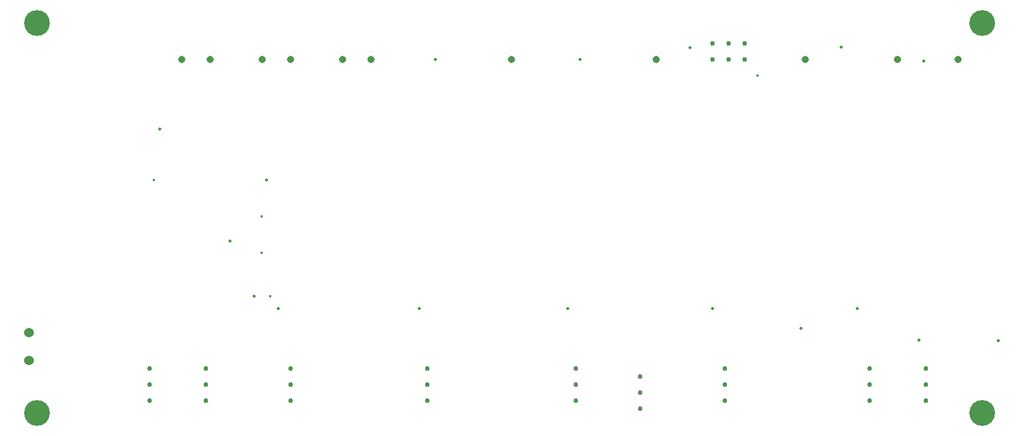
<source format=gbr>
G04 PROTEUS GERBER X2 FILE*
%TF.GenerationSoftware,Labcenter,Proteus,8.7-SP3-Build25561*%
%TF.CreationDate,2021-05-23T19:17:03+00:00*%
%TF.FileFunction,Plated,1,6,PTH*%
%TF.FilePolarity,Positive*%
%TF.Part,Single*%
%TF.SameCoordinates,{23a4d374-2f20-46fa-8f71-d400e96580a3}*%
%FSLAX45Y45*%
%MOMM*%
G01*
%TA.AperFunction,ViaDrill*%
%ADD134C,0.381000*%
%ADD135C,0.508000*%
%TA.AperFunction,ComponentDrill*%
%ADD136C,1.524000*%
%ADD137C,1.143000*%
%ADD138C,0.762000*%
%TA.AperFunction,OtherDrill,Unknown*%
%ADD139C,4.064000*%
%TD.AperFunction*%
D134*
X+4457601Y+1587500D03*
X-3379970Y-639428D03*
X-3374955Y-1215192D03*
X-3238500Y-1905000D03*
D135*
X-635000Y+1841500D03*
X+1651000Y+1841500D03*
X+3383781Y+2028052D03*
X+5778500Y+2032000D03*
X+7075312Y+1816100D03*
X-4989352Y+736133D03*
X-3302000Y-63500D03*
X+7003489Y-2602297D03*
X+8255000Y-2603500D03*
X+6032500Y-2095500D03*
X+5143500Y-2413000D03*
X+3746500Y-2095500D03*
X+1460500Y-2095500D03*
X-889000Y-2095500D03*
X-3111500Y-2095500D03*
X-3492500Y-1905000D03*
X-3873500Y-1031366D03*
D134*
X-5080000Y-63500D03*
D136*
X-7048500Y-2476500D03*
X-7048500Y-2921000D03*
D137*
X-2095500Y+1841500D03*
X-1651000Y+1841500D03*
D138*
X-2921000Y-3556000D03*
X-2921000Y-3048000D03*
X-2921000Y-3302000D03*
D137*
X+571500Y+1841500D03*
D138*
X-762000Y-3556000D03*
X-762000Y-3302000D03*
X-762000Y-3048000D03*
X+1587500Y-3302000D03*
X+1587500Y-3556000D03*
X+1587500Y-3048000D03*
D137*
X+2857500Y+1841500D03*
D138*
X+3937000Y-3556000D03*
X+6223000Y-3556000D03*
X+3937000Y-3048000D03*
X+6223000Y-3048000D03*
X+3937000Y-3302000D03*
X+6223000Y-3302000D03*
D137*
X+5207000Y+1841500D03*
X+7620000Y+1841500D03*
D138*
X+7112000Y-3302000D03*
X+7112000Y-3556000D03*
X+7112000Y-3048000D03*
D137*
X+6667500Y+1841500D03*
D138*
X-4254500Y-3556000D03*
D139*
X-6921500Y-3746500D03*
X-6921500Y+2413000D03*
X+8001000Y+2413000D03*
X+8001000Y-3746500D03*
D137*
X-4191000Y+1841500D03*
X-4635500Y+1841500D03*
X-2921000Y+1841500D03*
X-3365500Y+1841500D03*
D138*
X-4254500Y-3048000D03*
X-4254500Y-3302000D03*
X+3746500Y+2095500D03*
X+2603500Y-3175000D03*
X+3746500Y+1841500D03*
X+4000500Y+2095500D03*
X+2603500Y-3429000D03*
X+4000500Y+1841500D03*
X+4254500Y+2095500D03*
X+2603500Y-3683000D03*
X+4254500Y+1841500D03*
X-5143500Y-3048000D03*
X-5143500Y-3302000D03*
X-5143500Y-3556000D03*
M02*

</source>
